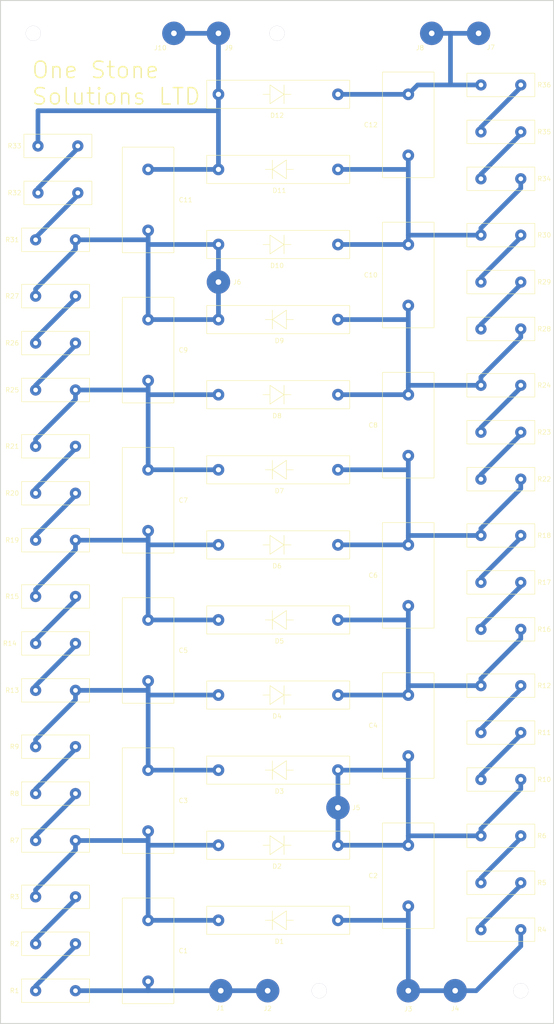
<source format=kicad_pcb>
(kicad_pcb (version 20240108) (generator "pcbnew") (generator_version "8.0")
  (layers (0 "F.Cu" signal) (31 "B.Cu" signal) (34 "B.Paste" user) (35 "F.Paste" user) (36 "B.SilkS" user "B.Silkscreen") (37 "F.SilkS" user "F.Silkscreen") (38 "B.Mask" user) (39 "F.Mask" user) (44 "Edge.Cuts" user))
  (net 0 "")
  (net 1 "Net-(J1-Pin_1)")
  (net 2 "Net-(C1-Pad1)")
  (net 3 "Net-(C3-Pad1)")
  (net 4 "Net-(C4-Pad1)")
  (net 5 "Net-(C5-Pad1)")
  (net 6 "Net-(C6-Pad1)")
  (net 7 "Net-(C7-Pad1)")
  (net 8 "Net-(C10-Pad2)")
  (net 9 "Net-(J3-Pin_1)")
  (net 10 "Net-(C10-Pad1)")
  (net 11 "Net-(R2-Pad2)")
  (net 12 "Net-(R4-Pad1)")
  (net 13 "Net-(R5-Pad2)")
  (net 14 "Net-(R7-Pad1)")
  (net 15 "Net-(R8-Pad2)")
  (net 16 "Net-(R10-Pad1)")
  (net 17 "Net-(R11-Pad2)")
  (net 18 "Net-(R13-Pad1)")
  (net 19 "Net-(R14-Pad2)")
  (net 20 "Net-(R16-Pad1)")
  (net 21 "Net-(R17-Pad2)")
  (net 22 "Net-(R19-Pad1)")
  (net 23 "Net-(R20-Pad2)")
  (net 24 "Net-(R22-Pad1)")
  (net 25 "Net-(R23-Pad2)")
  (net 26 "Net-(R25-Pad1)")
  (net 27 "Net-(R26-Pad2)")
  (net 28 "Net-(R1-Pad1)")
  (net 29 "Net-(J6-Pin_1)")
  (net 30 "Net-(J5-Pin_1)")
  (net 31 "Net-(J10-Pin_1)")
  (net 33 "Net-(R28-Pad1)")
  (net 34 "Net-(R29-Pad2)")
  (net 35 "Net-(R31-Pad1)")
  (net 36 "Net-(R32-Pad2)")
  (net 37 "Net-(R34-Pad1)")
  (net 38 "Net-(R35-Pad2)")
  (net 39 "Net-(J7-Pin_1)")
  (footprint "Custom:HVR82MZ1005" (layer "F.Cu") (at 44 192.5)
    (property "Reference" "R9" (at -9 0 0) (layer "F.SilkS") (effects (font (thickness 0.1))))
    (property "Value" "~" (hide yes))
    (pad "1" thru_hole circle (at -4.5 0) (size 2.4 2.4) (drill 1) (layers "*.Cu" "*.Mask") (net 3 "Net-(C3-Pad1)"))
    (pad "2" thru_hole circle (at 4 0) (size 2.4 2.4) (drill 1) (layers "*.Cu" "*.Mask") (net 15 "Net-(R8-Pad2)"))
  )
  (footprint "Custom:VersatilePad" (layer "F.Cu") (at 89 244.5)
    (property "Reference" "J2" (at 0 3.8 0) (layer "F.SilkS") (effects (font (thickness 0.1))))
    (property "Value" "Conn_01x01_Pin" (hide yes))
    (pad "1" thru_hole circle (at 0 0) (size 5 5) (drill 1.2) (layers "*.Cu" "*.Mask") (net 1 "Net-(J1-Pin_1)"))
  )
  (footprint "Custom:HVR82MZ1005" (layer "F.Cu") (at 44 160.5)
    (property "Reference" "R15" (at -9.5 0 0) (layer "F.SilkS") (effects (font (thickness 0.1))))
    (property "Value" "~" (hide yes))
    (pad "1" thru_hole circle (at -4.5 0) (size 2.4 2.4) (drill 1) (layers "*.Cu" "*.Mask") (net 5 "Net-(C5-Pad1)"))
    (pad "2" thru_hole circle (at 4 0) (size 2.4 2.4) (drill 1) (layers "*.Cu" "*.Mask") (net 19 "Net-(R14-Pad2)"))
  )
  (footprint "Custom:AXCT81D20KV102K" (layer "F.Cu") (at 119 92 -90)
    (property "Reference" "C10" (at 0 8 0) (layer "F.SilkS") (effects (font (thickness 0.1))))
    (property "Value" "~" (hide yes))
    (pad "1" thru_hole circle (at -6.5 0 270) (size 2.5 2.5) (drill 1.1) (layers "*.Cu" "*.Mask") (net 10 "Net-(C10-Pad1)"))
    (pad "2" thru_hole circle (at 6.5 0 270) (size 2.5 2.5) (drill 1.1) (layers "*.Cu" "*.Mask") (net 8 "Net-(C10-Pad2)"))
  )
  (footprint "Custom:M3Hole" (layer "F.Cu") (at 100 244.5)
    (property "Reference" "J11" (hide yes))
    (property "Value" "MountHole1")
    (pad "1" thru_hole circle (at 0 0) (size 3.2 3.2) (drill 3.2) (layers "*.Cu" "*.Mask"))
  )
  (footprint "Custom:HVR82MZ1005" (layer "F.Cu") (at 44 128.5)
    (property "Reference" "R21" (at -9.5 0 0) (layer "F.SilkS") (effects (font (thickness 0.1))))
    (property "Value" "~" (hide yes))
    (pad "1" thru_hole circle (at -4.5 0) (size 2.4 2.4) (drill 1) (layers "*.Cu" "*.Mask") (net 7 "Net-(C7-Pad1)"))
    (pad "2" thru_hole circle (at 4 0) (size 2.4 2.4) (drill 1) (layers "*.Cu" "*.Mask") (net 23 "Net-(R20-Pad2)"))
  )
  (footprint "Custom:2CL2FR_JB289_MT100F35" (layer "F.Cu") (at 91.5 69.5 90)
    (property "Reference" "D11" (at -4.5 0 0) (layer "F.SilkS") (effects (font (thickness 0.1))))
    (property "Value" "~")
    (pad "1" thru_hole circle (at 0 -13 90) (size 2.5 2.5) (drill 1.1) (layers "*.Cu" "*.Mask") (net 31 "Net-(J10-Pin_1)"))
    (pad "2" thru_hole circle (at 0 12.5 90) (size 2.5 2.5) (drill 1.1) (layers "*.Cu" "*.Mask") (net 10 "Net-(C10-Pad1)"))
  )
  (footprint "Custom:VersatilePad" (layer "F.Cu") (at 69 40.5)
    (property "Reference" "J10" (at -2.9 3.1 0) (layer "F.SilkS") (effects (font (thickness 0.1))))
    (property "Value" "Conn_01x01_Pin" (hide yes))
    (pad "1" thru_hole circle (at 0 0) (size 5 5) (drill 1.2) (layers "*.Cu" "*.Mask") (net 31 "Net-(J10-Pin_1)"))
  )
  (footprint "Custom:VersatilePad" (layer "F.Cu") (at 124 40.5)
    (property "Reference" "J8" (at -2.5 3.1 0) (layer "F.SilkS") (effects (font (thickness 0.1))))
    (property "Value" "Conn_01x01_Pin" (hide yes))
    (pad "1" thru_hole circle (at 0 0) (size 5 5) (drill 1.2) (layers "*.Cu" "*.Mask") (net 39 "Net-(J7-Pin_1)"))
  )
  (footprint "Custom:HVR82MZ1005" (layer "F.Cu") (at 138.5 157.5 180)
    (property "Reference" "R17" (at -9.5 0 0) (layer "F.SilkS") (effects (font (thickness 0.1))))
    (property "Value" "~" (hide yes))
    (pad "1" thru_hole circle (at -4.5 0 180) (size 2.4 2.4) (drill 1) (layers "*.Cu" "*.Mask") (net 20 "Net-(R16-Pad1)"))
    (pad "2" thru_hole circle (at 4 0 180) (size 2.4 2.4) (drill 1) (layers "*.Cu" "*.Mask") (net 21 "Net-(R17-Pad2)"))
  )
  (footprint "Custom:2CL2FR_JB289_MT100F35" (layer "F.Cu") (at 91 117.5 -90)
    (property "Reference" "D8" (at 4.5 0 0) (layer "F.SilkS") (effects (font (thickness 0.1))))
    (property "Value" "~" (hide yes))
    (pad "1" thru_hole circle (at 0 -13 270) (size 2.5 2.5) (drill 1.1) (layers "*.Cu" "*.Mask") (net 8 "Net-(C10-Pad2)"))
    (pad "2" thru_hole circle (at 0 12.5 270) (size 2.5 2.5) (drill 1.1) (layers "*.Cu" "*.Mask") (net 7 "Net-(C7-Pad1)"))
  )
  (footprint "Custom:HVR82MZ1005" (layer "F.Cu") (at 139 167.5)
    (property "Reference" "R16" (at 9 0 0) (layer "F.SilkS") (effects (font (thickness 0.1))))
    (property "Value" "~" (hide yes))
    (pad "1" thru_hole circle (at -4.5 0) (size 2.4 2.4) (drill 1) (layers "*.Cu" "*.Mask") (net 20 "Net-(R16-Pad1)"))
    (pad "2" thru_hole circle (at 4 0) (size 2.4 2.4) (drill 1) (layers "*.Cu" "*.Mask") (net 4 "Net-(C4-Pad1)"))
  )
  (footprint "Custom:HVR82MZ1005" (layer "F.Cu") (at 44 244.5)
    (property "Reference" "R1" (at -9 0 0) (layer "F.SilkS") (effects (font (thickness 0.1))))
    (property "Value" "~" (hide yes))
    (pad "1" thru_hole circle (at -4.5 0) (size 2.4 2.4) (drill 1) (layers "*.Cu" "*.Mask") (net 28 "Net-(R1-Pad1)"))
    (pad "2" thru_hole circle (at 4 0) (size 2.4 2.4) (drill 1) (layers "*.Cu" "*.Mask") (net 1 "Net-(J1-Pin_1)"))
  )
  (footprint "Custom:VersatilePad" (layer "F.Cu") (at 78.5 93.5)
    (property "Reference" "J6" (at 4 0 0) (layer "F.SilkS") (effects (font (thickness 0.1))))
    (property "Value" "Conn_01x01_Pin" (hide yes))
    (pad "1" thru_hole circle (at 0 0) (size 5 5) (drill 1.2) (layers "*.Cu" "*.Mask") (net 29 "Net-(J6-Pin_1)"))
  )
  (footprint "Custom:VersatilePad" (layer "F.Cu") (at 104 205.5)
    (property "Reference" "J5" (at 3.9 0 0) (layer "F.SilkS") (effects (font (thickness 0.1))))
    (property "Value" "Conn_01x01_Pin" (hide yes))
    (pad "1" thru_hole circle (at 0 0) (size 5 5) (drill 1.2) (layers "*.Cu" "*.Mask") (net 30 "Net-(J5-Pin_1)"))
  )
  (footprint "Custom:AXCT81D20KV102K" (layer "F.Cu") (at 63.5 140 -90)
    (property "Reference" "C7" (at 0 -7.5 0) (layer "F.SilkS") (effects (font (thickness 0.1))))
    (property "Value" "~" (hide yes))
    (pad "1" thru_hole circle (at -6.5 0 270) (size 2.5 2.5) (drill 1.1) (layers "*.Cu" "*.Mask") (net 7 "Net-(C7-Pad1)"))
    (pad "2" thru_hole circle (at 6.5 0 270) (size 2.5 2.5) (drill 1.1) (layers "*.Cu" "*.Mask") (net 5 "Net-(C5-Pad1)"))
  )
  (footprint "Custom:HVR82MZ1005" (layer "F.Cu") (at 139 83.5)
    (property "Reference" "R30" (at 9 0 0) (layer "F.SilkS") (effects (font (thickness 0.1))))
    (property "Value" "~" (hide yes))
    (pad "1" thru_hole circle (at -4.5 0) (size 2.4 2.4) (drill 1) (layers "*.Cu" "*.Mask") (net 10 "Net-(C10-Pad1)"))
    (pad "2" thru_hole circle (at 4 0) (size 2.4 2.4) (drill 1) (layers "*.Cu" "*.Mask") (net 34 "Net-(R29-Pad2)"))
  )
  (footprint "Custom:AXCT81D20KV102K" (layer "F.Cu") (at 119 124 -90)
    (property "Reference" "C8" (at 0 7.5 0) (layer "F.SilkS") (effects (font (thickness 0.1))))
    (property "Value" "~" (hide yes))
    (pad "1" thru_hole circle (at -6.5 0 270) (size 2.5 2.5) (drill 1.1) (layers "*.Cu" "*.Mask") (net 8 "Net-(C10-Pad2)"))
    (pad "2" thru_hole circle (at 6.5 0 270) (size 2.5 2.5) (drill 1.1) (layers "*.Cu" "*.Mask") (net 6 "Net-(C6-Pad1)"))
  )
  (footprint "Custom:HVR82MZ1005" (layer "F.Cu") (at 44 224.5)
    (property "Reference" "R3" (at -9 0 0) (layer "F.SilkS") (effects (font (thickness 0.1))))
    (property "Value" "~" (hide yes))
    (pad "1" thru_hole circle (at -4.5 0) (size 2.4 2.4) (drill 1) (layers "*.Cu" "*.Mask") (net 2 "Net-(C1-Pad1)"))
    (pad "2" thru_hole circle (at 4 0) (size 2.4 2.4) (drill 1) (layers "*.Cu" "*.Mask") (net 11 "Net-(R2-Pad2)"))
  )
  (footprint "Custom:2CL2FR_JB289_MT100F35" (layer "F.Cu") (at 91 213.5 -90)
    (property "Reference" "D2" (at 4.5 0 0) (layer "F.SilkS") (effects (font (thickness 0.1))))
    (property "Value" "~" (hide yes))
    (pad "1" thru_hole circle (at 0 -13 270) (size 2.5 2.5) (drill 1.1) (layers "*.Cu" "*.Mask") (net 30 "Net-(J5-Pin_1)"))
    (pad "2" thru_hole circle (at 0 12.5 270) (size 2.5 2.5) (drill 1.1) (layers "*.Cu" "*.Mask") (net 2 "Net-(C1-Pad1)"))
  )
  (footprint "Custom:HVR82MZ1005" (layer "F.Cu") (at 139 51.5)
    (property "Reference" "R36" (at 9 0 0) (layer "F.SilkS") (effects (font (thickness 0.1))))
    (property "Value" "~" (hide yes))
    (pad "1" thru_hole circle (at -4.5 0) (size 2.4 2.4) (drill 1) (layers "*.Cu" "*.Mask") (net 39 "Net-(J7-Pin_1)"))
    (pad "2" thru_hole circle (at 4 0) (size 2.4 2.4) (drill 1) (layers "*.Cu" "*.Mask") (net 38 "Net-(R35-Pad2)"))
  )
  (footprint "Custom:HVR82MZ1005" (layer "F.Cu") (at 139 147.5)
    (property "Reference" "R18" (at 9 0 0) (layer "F.SilkS") (effects (font (thickness 0.1))))
    (property "Value" "~" (hide yes))
    (pad "1" thru_hole circle (at -4.5 0) (size 2.4 2.4) (drill 1) (layers "*.Cu" "*.Mask") (net 6 "Net-(C6-Pad1)"))
    (pad "2" thru_hole circle (at 4 0) (size 2.4 2.4) (drill 1) (layers "*.Cu" "*.Mask") (net 21 "Net-(R17-Pad2)"))
  )
  (footprint "Custom:HVR82MZ1005" (layer "F.Cu") (at 44.5 64.5)
    (property "Reference" "R33" (at -9.5 0 0) (layer "F.SilkS") (effects (font (thickness 0.1))))
    (property "Value" "~" (hide yes))
    (pad "1" thru_hole circle (at -4.5 0) (size 2.4 2.4) (drill 1) (layers "*.Cu" "*.Mask") (net 31 "Net-(J10-Pin_1)"))
    (pad "2" thru_hole circle (at 4 0) (size 2.4 2.4) (drill 1) (layers "*.Cu" "*.Mask") (net 36 "Net-(R32-Pad2)"))
  )
  (footprint "Custom:M3Hole" (layer "F.Cu") (at 143 244.5)
    (property "Reference" "J14" (hide yes))
    (property "Value" "MountHole1")
    (pad "1" thru_hole circle (at 0 0) (size 3.2 3.2) (drill 3.2) (layers "*.Cu" "*.Mask"))
  )
  (footprint "Custom:AXCT81D20KV102K" (layer "F.Cu") (at 119 220 -90)
    (property "Reference" "C2" (at 0 7.5 0) (layer "F.SilkS") (effects (font (thickness 0.1))))
    (property "Value" "~" (hide yes))
    (pad "1" thru_hole circle (at -6.5 0 270) (size 2.5 2.5) (drill 1.1) (layers "*.Cu" "*.Mask") (net 30 "Net-(J5-Pin_1)"))
    (pad "2" thru_hole circle (at 6.5 0 270) (size 2.5 2.5) (drill 1.1) (layers "*.Cu" "*.Mask") (net 9 "Net-(J3-Pin_1)"))
  )
  (footprint "Custom:AXCT81D20KV102K" (layer "F.Cu") (at 119 60 -90)
    (property "Reference" "C12" (at 0 8 0) (layer "F.SilkS") (effects (font (thickness 0.1))))
    (property "Value" "~")
    (pad "1" thru_hole circle (at -6.5 0 270) (size 2.5 2.5) (drill 1.1) (layers "*.Cu" "*.Mask") (net 39 "Net-(J7-Pin_1)"))
    (pad "2" thru_hole circle (at 6.5 0 270) (size 2.5 2.5) (drill 1.1) (layers "*.Cu" "*.Mask") (net 10 "Net-(C10-Pad1)"))
  )
  (footprint "Custom:HVR82MZ1005" (layer "F.Cu") (at 44 96.5)
    (property "Reference" "R27" (at -9.5 0 0) (layer "F.SilkS") (effects (font (thickness 0.1))))
    (property "Value" "~" (hide yes))
    (pad "1" thru_hole circle (at -4.5 0) (size 2.4 2.4) (drill 1) (layers "*.Cu" "*.Mask") (net 29 "Net-(J6-Pin_1)"))
    (pad "2" thru_hole circle (at 4 0) (size 2.4 2.4) (drill 1) (layers "*.Cu" "*.Mask") (net 27 "Net-(R26-Pad2)"))
  )
  (footprint "Custom:VersatilePad" (layer "F.Cu") (at 134 40.5)
    (property "Reference" "J7" (at 2.6 3 0) (layer "F.SilkS") (effects (font (thickness 0.1))))
    (property "Value" "Conn_01x01_Pin" (hide yes))
    (pad "1" thru_hole circle (at 0 0) (size 5 5) (drill 1.2) (layers "*.Cu" "*.Mask") (net 39 "Net-(J7-Pin_1)"))
  )
  (footprint "Custom:HVR82MZ1005" (layer "F.Cu") (at 138.5 61.5 180)
    (property "Reference" "R35" (at -9.5 0 0) (layer "F.SilkS") (effects (font (thickness 0.1))))
    (property "Value" "~" (hide yes))
    (pad "1" thru_hole circle (at -4.5 0 180) (size 2.4 2.4) (drill 1) (layers "*.Cu" "*.Mask") (net 37 "Net-(R34-Pad1)"))
    (pad "2" thru_hole circle (at 4 0 180) (size 2.4 2.4) (drill 1) (layers "*.Cu" "*.Mask") (net 38 "Net-(R35-Pad2)"))
  )
  (footprint "Custom:HVR82MZ1005" (layer "F.Cu") (at 139 179.5)
    (property "Reference" "R12" (at 9 0 0) (layer "F.SilkS") (effects (font (thickness 0.1))))
    (property "Value" "~" (hide yes))
    (pad "1" thru_hole circle (at -4.5 0) (size 2.4 2.4) (drill 1) (layers "*.Cu" "*.Mask") (net 4 "Net-(C4-Pad1)"))
    (pad "2" thru_hole circle (at 4 0) (size 2.4 2.4) (drill 1) (layers "*.Cu" "*.Mask") (net 17 "Net-(R11-Pad2)"))
  )
  (footprint "Custom:HVR82MZ1005" (layer "F.Cu") (at 139 231.5)
    (property "Reference" "R4" (at 8.5 0 0) (layer "F.SilkS") (effects (font (thickness 0.1))))
    (property "Value" "~" (hide yes))
    (pad "1" thru_hole circle (at -4.5 0) (size 2.4 2.4) (drill 1) (layers "*.Cu" "*.Mask") (net 12 "Net-(R4-Pad1)"))
    (pad "2" thru_hole circle (at 4 0) (size 2.4 2.4) (drill 1) (layers "*.Cu" "*.Mask") (net 9 "Net-(J3-Pin_1)"))
  )
  (footprint "Custom:VersatilePad" (layer "F.Cu") (at 78.5 40.5)
    (property "Reference" "J9" (at 2.2 3.1 0) (layer "F.SilkS") (effects (font (thickness 0.1))))
    (property "Value" "Conn_01x01_Pin" (hide yes))
    (pad "1" thru_hole circle (at 0 0) (size 5 5) (drill 1.2) (layers "*.Cu" "*.Mask") (net 31 "Net-(J10-Pin_1)"))
  )
  (footprint "Custom:VersatilePad" (layer "F.Cu") (at 79 244.5)
    (property "Reference" "J1" (at -0.1 3.7 0) (layer "F.SilkS") (effects (font (thickness 0.1))))
    (property "Value" "Conn_01x01_Pin" (hide yes))
    (pad "1" thru_hole circle (at 0 0) (size 5 5) (drill 1.2) (layers "*.Cu" "*.Mask") (net 1 "Net-(J1-Pin_1)"))
  )
  (footprint "Custom:HVR82MZ1005" (layer "F.Cu") (at 138.5 221.5 180)
    (property "Reference" "R5" (at -9 0 0) (layer "F.SilkS") (effects (font (thickness 0.1))))
    (property "Value" "~" (hide yes))
    (pad "1" thru_hole circle (at -4.5 0 180) (size 2.4 2.4) (drill 1) (layers "*.Cu" "*.Mask") (net 12 "Net-(R4-Pad1)"))
    (pad "2" thru_hole circle (at 4 0 180) (size 2.4 2.4) (drill 1) (layers "*.Cu" "*.Mask") (net 13 "Net-(R5-Pad2)"))
  )
  (footprint "Custom:2CL2FR_JB289_MT100F35" (layer "F.Cu") (at 91 53.5 -90)
    (property "Reference" "D12" (at 4.5 0 0) (layer "F.SilkS") (effects (font (thickness 0.1))))
    (property "Value" "~")
    (pad "1" thru_hole circle (at 0 -13 270) (size 2.5 2.5) (drill 1.1) (layers "*.Cu" "*.Mask") (net 39 "Net-(J7-Pin_1)"))
    (pad "2" thru_hole circle (at 0 12.5 270) (size 2.5 2.5) (drill 1.1) (layers "*.Cu" "*.Mask") (net 31 "Net-(J10-Pin_1)"))
  )
  (footprint "Custom:HVR82MZ1005" (layer "F.Cu") (at 139 103.5)
    (property "Reference" "R28" (at 9 0 0) (layer "F.SilkS") (effects (font (thickness 0.1))))
    (property "Value" "~" (hide yes))
    (pad "1" thru_hole circle (at -4.5 0) (size 2.4 2.4) (drill 1) (layers "*.Cu" "*.Mask") (net 33 "Net-(R28-Pad1)"))
    (pad "2" thru_hole circle (at 4 0) (size 2.4 2.4) (drill 1) (layers "*.Cu" "*.Mask") (net 8 "Net-(C10-Pad2)"))
  )
  (footprint "Custom:2CL2FR_JB289_MT100F35" (layer "F.Cu") (at 91 149.5 -90)
    (property "Reference" "D6" (at 4.5 0 0) (layer "F.SilkS") (effects (font (thickness 0.1))))
    (property "Value" "~" (hide yes))
    (pad "1" thru_hole circle (at 0 -13 270) (size 2.5 2.5) (drill 1.1) (layers "*.Cu" "*.Mask") (net 6 "Net-(C6-Pad1)"))
    (pad "2" thru_hole circle (at 0 12.5 270) (size 2.5 2.5) (drill 1.1) (layers "*.Cu" "*.Mask") (net 5 "Net-(C5-Pad1)"))
  )
  (footprint "Custom:2CL2FR_JB289_MT100F35" (layer "F.Cu") (at 91.5 101.5 90)
    (property "Reference" "D9" (at -4.5 0 0) (layer "F.SilkS") (effects (font (thickness 0.1))))
    (property "Value" "~" (hide yes))
    (pad "1" thru_hole circle (at 0 -13 90) (size 2.5 2.5) (drill 1.1) (layers "*.Cu" "*.Mask") (net 29 "Net-(J6-Pin_1)"))
    (pad "2" thru_hole circle (at 0 12.5 90) (size 2.5 2.5) (drill 1.1) (layers "*.Cu" "*.Mask") (net 8 "Net-(C10-Pad2)"))
  )
  (footprint "Custom:AXCT81D20KV102K" (layer "F.Cu") (at 63.5 76 -90)
    (property "Reference" "C11" (at 0 -8 0) (layer "F.SilkS") (effects (font (thickness 0.1))))
    (property "Value" "~")
    (pad "1" thru_hole circle (at -6.5 0 270) (size 2.5 2.5) (drill 1.1) (layers "*.Cu" "*.Mask") (net 31 "Net-(J10-Pin_1)"))
    (pad "2" thru_hole circle (at 6.5 0 270) (size 2.5 2.5) (drill 1.1) (layers "*.Cu" "*.Mask") (net 29 "Net-(J6-Pin_1)"))
  )
  (footprint "Custom:HVR82MZ1005" (layer "F.Cu") (at 139 211.5)
    (property "Reference" "R6" (at 8.5 0 0) (layer "F.SilkS") (effects (font (thickness 0.1))))
    (property "Value" "~" (hide yes))
    (pad "1" thru_hole circle (at -4.5 0) (size 2.4 2.4) (drill 1) (layers "*.Cu" "*.Mask") (net 30 "Net-(J5-Pin_1)"))
    (pad "2" thru_hole circle (at 4 0) (size 2.4 2.4) (drill 1) (layers "*.Cu" "*.Mask") (net 13 "Net-(R5-Pad2)"))
  )
  (footprint "Custom:M3Hole" (layer "F.Cu") (at 91 40.5)
    (property "Reference" "J13" (hide yes))
    (property "Value" "MountHole1")
    (pad "1" thru_hole circle (at 0 0) (size 3.2 3.2) (drill 3.2) (layers "*.Cu" "*.Mask"))
  )
  (footprint "Custom:HVR82MZ1005" (layer "F.Cu") (at 43.5 138.5 180)
    (property "Reference" "R20" (at 9 0 0) (layer "F.SilkS") (effects (font (thickness 0.1))))
    (property "Value" "~" (hide yes))
    (pad "1" thru_hole circle (at -4.5 0 180) (size 2.4 2.4) (drill 1) (layers "*.Cu" "*.Mask") (net 22 "Net-(R19-Pad1)"))
    (pad "2" thru_hole circle (at 4 0 180) (size 2.4 2.4) (drill 1) (layers "*.Cu" "*.Mask") (net 23 "Net-(R20-Pad2)"))
  )
  (footprint "Custom:HVR82MZ1005" (layer "F.Cu") (at 139 199.5)
    (property "Reference" "R10" (at 9 0 0) (layer "F.SilkS") (effects (font (thickness 0.1))))
    (property "Value" "~")
    (pad "1" thru_hole circle (at -4.5 0) (size 2.4 2.4) (drill 1) (layers "*.Cu" "*.Mask") (net 16 "Net-(R10-Pad1)"))
    (pad "2" thru_hole circle (at 4 0) (size 2.4 2.4) (drill 1) (layers "*.Cu" "*.Mask") (net 30 "Net-(J5-Pin_1)"))
  )
  (footprint "Custom:HVR82MZ1005" (layer "F.Cu") (at 44 212.5)
    (property "Reference" "R7" (at -9 0 0) (layer "F.SilkS") (effects (font (thickness 0.1))))
    (property "Value" "~" (hide yes))
    (pad "1" thru_hole circle (at -4.5 0) (size 2.4 2.4) (drill 1) (layers "*.Cu" "*.Mask") (net 14 "Net-(R7-Pad1)"))
    (pad "2" thru_hole circle (at 4 0) (size 2.4 2.4) (drill 1) (layers "*.Cu" "*.Mask") (net 2 "Net-(C1-Pad1)"))
  )
  (footprint "Custom:HVR82MZ1005" (layer "F.Cu") (at 43.5 170.5 180)
    (property "Reference" "R14" (at 9.5 0 0) (layer "F.SilkS") (effects (font (thickness 0.1))))
    (property "Value" "~" (hide yes))
    (pad "1" thru_hole circle (at -4.5 0 180) (size 2.4 2.4) (drill 1) (layers "*.Cu" "*.Mask") (net 18 "Net-(R13-Pad1)"))
    (pad "2" thru_hole circle (at 4 0 180) (size 2.4 2.4) (drill 1) (layers "*.Cu" "*.Mask") (net 19 "Net-(R14-Pad2)"))
  )
  (footprint "Custom:2CL2FR_JB289_MT100F35" (layer "F.Cu") (at 91 181.5 -90)
    (property "Reference" "D4" (at 4.5 0 0) (layer "F.SilkS") (effects (font (thickness 0.1))))
    (property "Value" "~" (hide yes))
    (pad "1" thru_hole circle (at 0 -13 270) (size 2.5 2.5) (drill 1.1) (layers "*.Cu" "*.Mask") (net 4 "Net-(C4-Pad1)"))
    (pad "2" thru_hole circle (at 0 12.5 270) (size 2.5 2.5) (drill 1.1) (layers "*.Cu" "*.Mask") (net 3 "Net-(C3-Pad1)"))
  )
  (footprint "Custom:2CL2FR_JB289_MT100F35" (layer "F.Cu") (at 91.5 197.5 90)
    (property "Reference" "D3" (at -4.5 0 0) (layer "F.SilkS") (effects (font (thickness 0.1))))
    (property "Value" "~" (hide yes))
    (pad "1" thru_hole circle (at 0 -13 90) (size 2.5 2.5) (drill 1.1) (layers "*.Cu" "*.Mask") (net 3 "Net-(C3-Pad1)"))
    (pad "2" thru_hole circle (at 0 12.5 90) (size 2.5 2.5) (drill 1.1) (layers "*.Cu" "*.Mask") (net 30 "Net-(J5-Pin_1)"))
  )
  (footprint "Custom:HVR82MZ1005" (layer "F.Cu") (at 44 84.5)
    (property "Reference" "R31" (at -9.5 0 0) (layer "F.SilkS") (effects (font (thickness 0.1))))
    (property "Value" "~" (hide yes))
    (pad "1" thru_hole circle (at -4.5 0) (size 2.4 2.4) (drill 1) (layers "*.Cu" "*.Mask") (net 35 "Net-(R31-Pad1)"))
    (pad "2" thru_hole circle (at 4 0) (size 2.4 2.4) (drill 1) (layers "*.Cu" "*.Mask") (net 29 "Net-(J6-Pin_1)"))
  )
  (footprint "Custom:HVR82MZ1005" (layer "F.Cu") (at 138.5 93.5 180)
    (property "Reference" "R29" (at -9.5 0 0) (layer "F.SilkS") (effects (font (thickness 0.1))))
    (property "Value" "~" (hide yes))
    (pad "1" thru_hole circle (at -4.5 0 180) (size 2.4 2.4) (drill 1) (layers "*.Cu" "*.Mask") (net 33 "Net-(R28-Pad1)"))
    (pad "2" thru_hole circle (at 4 0 180) (size 2.4 2.4) (drill 1) (layers "*.Cu" "*.Mask") (net 34 "Net-(R29-Pad2)"))
  )
  (footprint "Custom:AXCT81D20KV102K" (layer "F.Cu") (at 63.5 236 -90)
    (property "Reference" "C1" (at 0 -7.5 0) (layer "F.SilkS") (effects (font (thickness 0.1))))
    (property "Value" "~" (hide yes))
    (pad "1" thru_hole circle (at -6.5 0 270) (size 2.5 2.5) (drill 1.1) (layers "*.Cu" "*.Mask") (net 2 "Net-(C1-Pad1)"))
    (pad "2" thru_hole circle (at 6.5 0 270) (size 2.5 2.5) (drill 1.1) (layers "*.Cu" "*.Mask") (net 1 "Net-(J1-Pin_1)"))
  )
  (footprint "Custom:HVR82MZ1005" (layer "F.Cu") (at 44 74.5 180)
    (property "Reference" "R32" (at 9 0 0) (layer "F.SilkS") (effects (font (thickness 0.1))))
    (property "Value" "~" (hide yes))
    (pad "1" thru_hole circle (at -4.5 0 180) (size 2.4 2.4) (drill 1) (layers "*.Cu" "*.Mask") (net 35 "Net-(R31-Pad1)"))
    (pad "2" thru_hole circle (at 4 0 180) (size 2.4 2.4) (drill 1) (layers "*.Cu" "*.Mask") (net 36 "Net-(R32-Pad2)"))
  )
  (footprint "Custom:HVR82MZ1005" (layer "F.Cu") (at 139 135.5)
    (property "Reference" "R22" (at 9 0 0) (layer "F.SilkS") (effects (font (thickness 0.1))))
    (property "Value" "~" (hide yes))
    (pad "1" thru_hole circle (at -4.5 0) (size 2.4 2.4) (drill 1) (layers "*.Cu" "*.Mask") (net 24 "Net-(R22-Pad1)"))
    (pad "2" thru_hole circle (at 4 0) (size 2.4 2.4) (drill 1) (layers "*.Cu" "*.Mask") (net 6 "Net-(C6-Pad1)"))
  )
  (footprint "Custom:AXCT81D20KV102K" (layer "F.Cu") (at 63.5 204 -90)
    (property "Reference" "C3" (at 0 -7.5 0) (layer "F.SilkS") (effects (font (thickness 0.1))))
    (property "Value" "~" (hide yes))
    (pad "1" thru_hole circle (at -6.5 0 270) (size 2.5 2.5) (drill 1.1) (layers "*.Cu" "*.Mask") (net 3 "Net-(C3-Pad1)"))
    (pad "2" thru_hole circle (at 6.5 0 270) (size 2.5 2.5) (drill 1.1) (layers "*.Cu" "*.Mask") (net 2 "Net-(C1-Pad1)"))
  )
  (footprint "Custom:2CL2FR_JB289_MT100F35" (layer "F.Cu") (at 91.5 229.5 90)
    (property "Reference" "D1" (at -4.5 0 0) (layer "F.SilkS") (effects (font (thickness 0.1))))
    (property "Value" "~" (hide yes))
    (pad "1" thru_hole circle (at 0 -13 90) (size 2.5 2.5) (drill 1.1) (layers "*.Cu" "*.Mask") (net 2 "Net-(C1-Pad1)"))
    (pad "2" thru_hole circle (at 0 12.5 90) (size 2.5 2.5) (drill 1.1) (layers "*.Cu" "*.Mask") (net 9 "Net-(J3-Pin_1)"))
  )
  (footprint "Custom:HVR82MZ1005" (layer "F.Cu") (at 138.5 189.5 180)
    (property "Reference" "R11" (at -9.5 0 0) (layer "F.SilkS") (effects (font (thickness 0.1))))
    (property "Value" "~")
    (pad "1" thru_hole circle (at -4.5 0 180) (size 2.4 2.4) (drill 1) (layers "*.Cu" "*.Mask") (net 16 "Net-(R10-Pad1)"))
    (pad "2" thru_hole circle (at 4 0 180) (size 2.4 2.4) (drill 1) (layers "*.Cu" "*.Mask") (net 17 "Net-(R11-Pad2)"))
  )
  (footprint "Custom:HVR82MZ1005" (layer "F.Cu") (at 44 116.5)
    (property "Reference" "R25" (at -9.5 0 0) (layer "F.SilkS") (effects (font (thickness 0.1))))
    (property "Value" "~" (hide yes))
    (pad "1" thru_hole circle (at -4.5 0) (size 2.4 2.4) (drill 1) (layers "*.Cu" "*.Mask") (net 26 "Net-(R25-Pad1)"))
    (pad "2" thru_hole circle (at 4 0) (size 2.4 2.4) (drill 1) (layers "*.Cu" "*.Mask") (net 7 "Net-(C7-Pad1)"))
  )
  (footprint "Custom:2CL2FR_JB289_MT100F35" (layer "F.Cu") (at 91 85.5 -90)
    (property "Reference" "D10" (at 4.5 0 0) (layer "F.SilkS") (effects (font (thickness 0.1))))
    (property "Value" "~" (hide yes))
    (pad "1" thru_hole circle (at 0 -13 270) (size 2.5 2.5) (drill 1.1) (layers "*.Cu" "*.Mask") (net 10 "Net-(C10-Pad1)"))
    (pad "2" thru_hole circle (at 0 12.5 270) (size 2.5 2.5) (drill 1.1) (layers "*.Cu" "*.Mask") (net 29 "Net-(J6-Pin_1)"))
  )
  (footprint "Custom:HVR82MZ1005" (layer "F.Cu") (at 44 148.5)
    (property "Reference" "R19" (at -9.5 0 0) (layer "F.SilkS") (effects (font (thickness 0.1))))
    (property "Value" "~" (hide yes))
    (pad "1" thru_hole circle (at -4.5 0) (size 2.4 2.4) (drill 1) (layers "*.Cu" "*.Mask") (net 22 "Net-(R19-Pad1)"))
    (pad "2" thru_hole circle (at 4 0) (size 2.4 2.4) (drill 1) (layers "*.Cu" "*.Mask") (net 5 "Net-(C5-Pad1)"))
  )
  (footprint "Custom:VersatilePad" (layer "F.Cu") (at 129 244.5)
    (property "Reference" "J4" (at 0 3.8 0) (layer "F.SilkS") (effects (font (thickness 0.1))))
    (property "Value" "Conn_01x01_Pin" (hide yes))
    (pad "1" thru_hole circle (at 0 0) (size 5 5) (drill 1.2) (layers "*.Cu" "*.Mask") (net 9 "Net-(J3-Pin_1)"))
  )
  (footprint "Custom:HVR82MZ1005" (layer "F.Cu") (at 43.5 202.5 180)
    (property "Reference" "R8" (at 8.5 0 0) (layer "F.SilkS") (effects (font (thickness 0.1))))
    (property "Value" "~" (hide yes))
    (pad "1" thru_hole circle (at -4.5 0 180) (size 2.4 2.4) (drill 1) (layers "*.Cu" "*.Mask") (net 14 "Net-(R7-Pad1)"))
    (pad "2" thru_hole circle (at 4 0 180) (size 2.4 2.4) (drill 1) (layers "*.Cu" "*.Mask") (net 15 "Net-(R8-Pad2)"))
  )
  (footprint "Custom:HVR82MZ1005" (layer "F.Cu") (at 139 115.5)
    (property "Reference" "R24" (at 9 0 0) (layer "F.SilkS") (effects (font (thickness 0.1))))
    (property "Value" "~" (hide yes))
    (pad "1" thru_hole circle (at -4.5 0) (size 2.4 2.4) (drill 1) (layers "*.Cu" "*.Mask") (net 8 "Net-(C10-Pad2)"))
    (pad "2" thru_hole circle (at 4 0) (size 2.4 2.4) (drill 1) (layers "*.Cu" "*.Mask") (net 25 "Net-(R23-Pad2)"))
  )
  (footprint "Custom:2CL2FR_JB289_MT100F35" (layer "F.Cu") (at 91.5 165.5 90)
    (property "Reference" "D5" (at -4.5 0 0) (layer "F.SilkS") (effects (font (thickness 0.1))))
    (property "Value" "~" (hide yes))
    (pad "1" thru_hole circle (at 0 -13 90) (size 2.5 2.5) (drill 1.1) (layers "*.Cu" "*.Mask") (net 5 "Net-(C5-Pad1)"))
    (pad "2" thru_hole circle (at 0 12.5 90) (size 2.5 2.5) (drill 1.1) (layers "*.Cu" "*.Mask") (net 4 "Net-(C4-Pad1)"))
  )
  (footprint "Custom:AXCT81D20KV102K" (layer "F.Cu") (at 119 188 -90)
    (property "Reference" "C4" (at 0 7.5 0) (layer "F.SilkS") (effects (font (thickness 0.1))))
    (property "Value" "~" (hide yes))
    (pad "1" thru_hole circle (at -6.5 0 270) (size 2.5 2.5) (drill 1.1) (layers "*.Cu" "*.Mask") (net 4 "Net-(C4-Pad1)"))
    (pad "2" thru_hole circle (at 6.5 0 270) (size 2.5 2.5) (drill 1.1) (layers "*.Cu" "*.Mask") (net 30 "Net-(J5-Pin_1)"))
  )
  (footprint "Custom:VersatilePad" (layer "F.Cu") (at 119 244.5)
    (property "Reference" "J3" (at 0 3.9 0) (layer "F.SilkS") (effects (font (thickness 0.1))))
    (property "Value" "Conn_01x01_Pin" (hide yes))
    (pad "1" thru_hole circle (at 0 0) (size 5 5) (drill 1.2) (layers "*.Cu" "*.Mask") (net 9 "Net-(J3-Pin_1)"))
  )
  (footprint "Custom:HVR82MZ1005" (layer "F.Cu") (at 139 71.5)
    (property "Reference" "R34" (at 9 0 0) (layer "F.SilkS") (effects (font (thickness 0.1))))
    (property "Value" "~" (hide yes))
    (pad "1" thru_hole circle (at -4.5 0) (size 2.4 2.4) (drill 1) (layers "*.Cu" "*.Mask") (net 37 "Net-(R34-Pad1)"))
    (pad "2" thru_hole circle (at 4 0) (size 2.4 2.4) (drill 1) (layers "*.Cu" "*.Mask") (net 10 "Net-(C10-Pad1)"))
  )
  (footprint "Custom:HVR82MZ1005" (layer "F.Cu") (at 43.5 106.5 180)
    (property "Reference" "R26" (at 9 0 0) (layer "F.SilkS") (effects (font (thickness 0.1))))
    (property "Value" "~" (hide yes))
    (pad "1" thru_hole circle (at -4.5 0 180) (size 2.4 2.4) (drill 1) (layers "*.Cu" "*.Mask") (net 26 "Net-(R25-Pad1)"))
    (pad "2" thru_hole circle (at 4 0 180) (size 2.4 2.4) (drill 1) (layers "*.Cu" "*.Mask") (net 27 "Net-(R26-Pad2)"))
  )
  (footprint "Custom:AXCT81D20KV102K" (layer "F.Cu") (at 63.5 172 -90)
    (property "Reference" "C5" (at 0 -7.5 0) (layer "F.SilkS") (effects (font (thickness 0.1))))
    (property "Value" "~" (hide yes))
    (pad "1" thru_hole circle (at -6.5 0 270) (size 2.5 2.5) (drill 1.1) (layers "*.Cu" "*.Mask") (net 5 "Net-(C5-Pad1)"))
    (pad "2" thru_hole circle (at 6.5 0 270) (size 2.5 2.5) (drill 1.1) (layers "*.Cu" "*.Mask") (net 3 "Net-(C3-Pad1)"))
  )
  (footprint "Custom:HVR82MZ1005" (layer "F.Cu") (at 44 180.5)
    (property "Reference" "R13" (at -9.5 0 0) (layer "F.SilkS") (effects (font (thickness 0.1))))
    (property "Value" "~" (hide yes))
    (pad "1" thru_hole circle (at -4.5 0) (size 2.4 2.4) (drill 1) (layers "*.Cu" "*.Mask") (net 18 "Net-(R13-Pad1)"))
    (pad "2" thru_hole circle (at 4 0) (size 2.4 2.4) (drill 1) (layers "*.Cu" "*.Mask") (net 3 "Net-(C3-Pad1)"))
  )
  (footprint "Custom:AXCT81D20KV102K" (layer "F.Cu") (at 119 156 -90)
    (property "Reference" "C6" (at 0 7.5 0) (layer "F.SilkS") (effects (font (thickness 0.1))))
    (property "Value" "~" (hide yes))
    (pad "1" thru_hole circle (at -6.5 0 270) (size 2.5 2.5) (drill 1.1) (layers "*.Cu" "*.Mask") (net 6 "Net-(C6-Pad1)"))
    (pad "2" thru_hole circle (at 6.5 0 270) (size 2.5 2.5) (drill 1.1) (layers "*.Cu" "*.Mask") (net 4 "Net-(C4-Pad1)"))
  )
  (footprint "Custom:AXCT81D20KV102K" (layer "F.Cu") (at 63.5 108 -90)
    (property "Reference" "C9" (at 0 -7.5 0) (layer "F.SilkS") (effects (font (thickness 0.1))))
    (property "Value" "~" (hide yes))
    (pad "1" thru_hole circle (at -6.5 0 270) (size 2.5 2.5) (drill 1.1) (layers "*.Cu" "*.Mask") (net 29 "Net-(J6-Pin_1)"))
    (pad "2" thru_hole circle (at 6.5 0 270) (size 2.5 2.5) (drill 1.1) (layers "*.Cu" "*.Mask") (net 7 "Net-(C7-Pad1)"))
  )
  (footprint "Custom:HVR82MZ1005" (layer "F.Cu") (at 43.5 234.5 180)
    (property "Reference" "R2" (at 8.5 0 0) (layer "F.SilkS") (effects (font (thickness 0.1))))
    (property "Value" "~" (hide yes))
    (pad "1" thru_hole circle (at -4.5 0 180) (size 2.4 2.4) (drill 1) (layers "*.Cu" "*.Mask") (net 28 "Net-(R1-Pad1)"))
    (pad "2" thru_hole circle (at 4 0 180) (size 2.4 2.4) (drill 1) (layers "*.Cu" "*.Mask") (net 11 "Net-(R2-Pad2)"))
  )
  (footprint "Custom:HVR82MZ1005" (layer "F.Cu") (at 138.5 125.5 180)
    (property "Reference" "R23" (at -9.5 0 0) (layer "F.SilkS") (effects (font (thickness 0.1))))
    (property "Value" "~" (hide yes))
    (pad "1" thru_hole circle (at -4.5 0 180) (size 2.4 2.4) (drill 1) (layers "*.Cu" "*.Mask") (net 24 "Net-(R22-Pad1)"))
    (pad "2" thru_hole circle (at 4 0 180) (size 2.4 2.4) (drill 1) (layers "*.Cu" "*.Mask") (net 25 "Net-(R23-Pad2)"))
  )
  (footprint "Custom:2CL2FR_JB289_MT100F35" (layer "F.Cu") (at 91.5 133.5 90)
    (property "Reference" "D7" (at -4.5 0 0) (layer "F.SilkS") (effects (font (thickness 0.1))))
    (property "Value" "~" (hide yes))
    (pad "1" thru_hole circle (at 0 -13 90) (size 2.5 2.5) (drill 1.1) (layers "*.Cu" "*.Mask") (net 7 "Net-(C7-Pad1)"))
    (pad "2" thru_hole circle (at 0 12.5 90) (size 2.5 2.5) (drill 1.1) (layers "*.Cu" "*.Mask") (net 6 "Net-(C6-Pad1)"))
  )
  (footprint "Custom:M3Hole" (layer "F.Cu") (at 39 40.5)
    (property "Reference" "J12" (hide yes))
    (property "Value" "MountHole1")
    (pad "1" thru_hole circle (at 0 0) (size 3.2 3.2) (drill 3.2) (layers "*.Cu" "*.Mask"))
  )
  (gr_rect (start 32 33.5) (end 150 251.5) (stroke (width 0.2)) (fill none) (layer "Edge.Cuts"))
  (gr_text "One Stone \nSolutions LTD" (at 38.5 56 0) (layer "F.SilkS") (effects (font (size 3.5 3.5) (thickness 0.3)) (justify left bottom)))
  (segment (start 89 244.5) (end 79 244.5) (width 1) (layer "B.Cu") (net 1))
  (segment (start 48 244.5) (end 79 244.5) (width 1) (layer "B.Cu") (net 1))
  (segment (start 63.5 242.5) (end 63.5 244.5) (width 1) (layer "B.Cu") (net 1))
  (segment (start 63.5 229.5) (end 63.5 214) (width 1) (layer "B.Cu") (net 2))
  (segment (start 63.5 214) (end 63.5 213.5) (width 0.5) (layer "B.Cu") (net 2))
  (segment (start 39.5 223) (end 48 214.5) (width 1) (layer "B.Cu") (net 2))
  (segment (start 39.5 224.5) (end 39.5 223) (width 1) (layer "B.Cu") (net 2))
  (segment (start 63.5 210.5) (end 63.5 214) (width 1) (layer "B.Cu") (net 2))
  (segment (start 48 214.5) (end 48 212.5) (width 1) (layer "B.Cu") (net 2))
  (segment (start 48 212.5) (end 63.5 212.5) (width 1) (layer "B.Cu") (net 2))
  (segment (start 63.5 229.5) (end 78.5 229.5) (width 1) (layer "B.Cu") (net 2))
  (segment (start 63.5 213.5) (end 78.5 213.5) (width 1) (layer "B.Cu") (net 2))
  (segment (start 63.5 180.5) (end 63.5 197.5) (width 1) (layer "B.Cu") (net 3))
  (segment (start 48 180.5) (end 63.5 180.5) (width 1) (layer "B.Cu") (net 3))
  (segment (start 63.5 178.5) (end 63.5 181.5) (width 1) (layer "B.Cu") (net 3))
  (segment (start 39.5 192.5) (end 39.5 191) (width 1) (layer "B.Cu") (net 3))
  (segment (start 48 182.5) (end 48 180.5) (width 1) (layer "B.Cu") (net 3))
  (segment (start 78.5 181.5) (end 63.5 181.5) (width 1) (layer "B.Cu") (net 3))
  (segment (start 78.5 197.5) (end 63.5 197.5) (width 1) (layer "B.Cu") (net 3))
  (segment (start 39.5 191) (end 48 182.5) (width 1) (layer "B.Cu") (net 3))
  (segment (start 134.5 179.5) (end 134.5 178) (width 1) (layer "B.Cu") (net 4))
  (segment (start 134.5 178) (end 143 169.5) (width 1) (layer "B.Cu") (net 4))
  (segment (start 104 181.5) (end 119 181.5) (width 1) (layer "B.Cu") (net 4))
  (segment (start 134.5 179.5) (end 119 179.5) (width 1) (layer "B.Cu") (net 4))
  (segment (start 119 181.5) (end 119 162.5) (width 1) (layer "B.Cu") (net 4))
  (segment (start 104 165.5) (end 119 165.5) (width 1) (layer "B.Cu") (net 4))
  (segment (start 143 169.5) (end 143 167.5) (width 1) (layer "B.Cu") (net 4))
  (segment (start 48 150.5) (end 48 148.5) (width 1) (layer "B.Cu") (net 5))
  (segment (start 78.5 165.5) (end 63.5 165.5) (width 1) (layer "B.Cu") (net 5))
  (segment (start 39.5 159) (end 48 150.5) (width 1) (layer "B.Cu") (net 5))
  (segment (start 63.5 165.5) (end 63.5 146.5) (width 1) (layer "B.Cu") (net 5))
  (segment (start 48 148.5) (end 63.5 148.5) (width 1) (layer "B.Cu") (net 5))
  (segment (start 39.5 160.5) (end 39.5 159) (width 1) (layer "B.Cu") (net 5))
  (segment (start 78.5 149.5) (end 63.5 149.5) (width 1) (layer "B.Cu") (net 5))
  (segment (start 119 147.5) (end 134.5 147.5) (width 1) (layer "B.Cu") (net 6))
  (segment (start 143 137.5) (end 143 135.5) (width 1) (layer "B.Cu") (net 6))
  (segment (start 119 149.5) (end 119 130.5) (width 1) (layer "B.Cu") (net 6))
  (segment (start 134.5 146) (end 143 137.5) (width 1) (layer "B.Cu") (net 6))
  (segment (start 119 149.5) (end 104 149.5) (width 1) (layer "B.Cu") (net 6))
  (segment (start 134.5 147.5) (end 134.5 146) (width 1) (layer "B.Cu") (net 6))
  (segment (start 104 133.5) (end 119 133.5) (width 1) (layer "B.Cu") (net 6))
  (segment (start 78.5 117.5) (end 63.5 117.5) (width 1) (layer "B.Cu") (net 7))
  (segment (start 63.5 133.5) (end 63.5 114.5) (width 1) (layer "B.Cu") (net 7))
  (segment (start 39.5 128.5) (end 39.5 127) (width 1) (layer "B.Cu") (net 7))
  (segment (start 78.5 133.5) (end 63.5 133.5) (width 1) (layer "B.Cu") (net 7))
  (segment (start 48 118.5) (end 48 116.5) (width 1) (layer "B.Cu") (net 7))
  (segment (start 48 116.5) (end 63.5 116.5) (width 1) (layer "B.Cu") (net 7))
  (segment (start 39.5 127) (end 48 118.5) (width 1) (layer "B.Cu") (net 7))
  (segment (start 134.5 113.75) (end 143 105.25) (width 1) (layer "B.Cu") (net 8))
  (segment (start 143 105.25) (end 143 103.5) (width 1) (layer "B.Cu") (net 8))
  (segment (start 119 98.5) (end 119 117.5) (width 1) (layer "B.Cu") (net 8))
  (segment (start 104 101.5) (end 119 101.5) (width 1) (layer "B.Cu") (net 8))
  (segment (start 134.5 115.5) (end 119 115.5) (width 1) (layer "B.Cu") (net 8))
  (segment (start 134.5 115.5) (end 134.5 113.75) (width 1) (layer "B.Cu") (net 8))
  (segment (start 104 117.5) (end 119 117.5) (width 1) (layer "B.Cu") (net 8))
  (segment (start 119 244.5) (end 119 226.5) (width 1) (layer "B.Cu") (net 9))
  (segment (start 143 235) (end 143 231.5) (width 1) (layer "B.Cu") (net 9))
  (segment (start 133.5 244.5) (end 143 235) (width 1) (layer "B.Cu") (net 9))
  (segment (start 119 244.5) (end 129 244.5) (width 1) (layer "B.Cu") (net 9))
  (segment (start 104 229.5) (end 119 229.5) (width 1) (layer "B.Cu") (net 9))
  (segment (start 129 244.5) (end 133.5 244.5) (width 1) (layer "B.Cu") (net 9))
  (segment (start 134.5 82) (end 143 73.5) (width 1) (layer "B.Cu") (net 10))
  (segment (start 119 83.5) (end 119 85.5) (width 1) (layer "B.Cu") (net 10))
  (segment (start 119 69.5) (end 119 66.5) (width 1) (layer "B.Cu") (net 10))
  (segment (start 119 85.5) (end 104 85.5) (width 1) (layer "B.Cu") (net 10))
  (segment (start 104 69.5) (end 119 69.5) (width 1) (layer "B.Cu") (net 10))
  (segment (start 143 73.5) (end 143 71.5) (width 1) (layer "B.Cu") (net 10))
  (segment (start 119 69.5) (end 119 83.5) (width 1) (layer "B.Cu") (net 10))
  (segment (start 119 83.5) (end 134.5 83.5) (width 1) (layer "B.Cu") (net 10))
  (segment (start 134.5 83.5) (end 134.5 82) (width 1) (layer "B.Cu") (net 10))
  (segment (start 39.5 234.5) (end 39.5 233.5) (width 1) (layer "B.Cu") (net 11))
  (segment (start 48 225) (end 48 224.5) (width 1) (layer "B.Cu") (net 11))
  (segment (start 39.5 233.5) (end 48 225) (width 1) (layer "B.Cu") (net 11))
  (segment (start 134.5 230.5) (end 143 222) (width 1) (layer "B.Cu") (net 12))
  (segment (start 143 222) (end 143 221.5) (width 1) (layer "B.Cu") (net 12))
  (segment (start 134.5 231.5) (end 134.5 230.5) (width 1) (layer "B.Cu") (net 12))
  (segment (start 143 212) (end 143 211.5) (width 1) (layer "B.Cu") (net 13))
  (segment (start 134.5 221.5) (end 134.5 220.5) (width 1) (layer "B.Cu") (net 13))
  (segment (start 134.5 220.5) (end 143 212) (width 1) (layer "B.Cu") (net 13))
  (segment (start 39.5 211.5) (end 48 203) (width 1) (layer "B.Cu") (net 14))
  (segment (start 39.5 212.5) (end 39.5 211.5) (width 1) (layer "B.Cu") (net 14))
  (segment (start 48 203) (end 48 202.5) (width 1) (layer "B.Cu") (net 14))
  (segment (start 48 193) (end 48 192.5) (width 1) (layer "B.Cu") (net 15))
  (segment (start 39.5 202.5) (end 39.5 201.5) (width 1) (layer "B.Cu") (net 15))
  (segment (start 39.5 201.5) (end 48 193) (width 1) (layer "B.Cu") (net 15))
  (segment (start 134.5 198.5) (end 143 190) (width 1) (layer "B.Cu") (net 16))
  (segment (start 134.5 199.5) (end 134.5 198.5) (width 1) (layer "B.Cu") (net 16))
  (segment (start 143 190) (end 143 189.5) (width 1) (layer "B.Cu") (net 16))
  (segment (start 134.5 188.75) (end 143 180.25) (width 1) (layer "B.Cu") (net 17))
  (segment (start 134.5 189.5) (end 134.5 188.75) (width 1) (layer "B.Cu") (net 17))
  (segment (start 143 180.25) (end 143 179.5) (width 1) (layer "B.Cu") (net 17))
  (segment (start 39.5 180.5) (end 39.5 179.5) (width 1) (layer "B.Cu") (net 18))
  (segment (start 48 171) (end 48 170.5) (width 1) (layer "B.Cu") (net 18))
  (segment (start 39.5 179.5) (end 48 171) (width 1) (layer "B.Cu") (net 18))
  (segment (start 39.5 169.75) (end 48 161.25) (width 1) (layer "B.Cu") (net 19))
  (segment (start 39.5 170.5) (end 39.5 169.75) (width 1) (layer "B.Cu") (net 19))
  (segment (start 48 161.25) (end 48 160.5) (width 1) (layer "B.Cu") (net 19))
  (segment (start 134.5 166.8125) (end 143 158.3125) (width 1) (layer "B.Cu") (net 20))
  (segment (start 143 158.3125) (end 143 157.5) (width 1) (layer "B.Cu") (net 20))
  (segment (start 134.5 167.5) (end 134.5 166.8125) (width 1) (layer "B.Cu") (net 20))
  (segment (start 134.5 157.5) (end 134.5 156.5) (width 1) (layer "B.Cu") (net 21))
  (segment (start 134.5 156.5) (end 143 148) (width 1) (layer "B.Cu") (net 21))
  (segment (start 143 148) (end 143 147.5) (width 1) (layer "B.Cu") (net 21))
  (segment (start 39.5 148.5) (end 39.5 147.5) (width 1) (layer "B.Cu") (net 22))
  (segment (start 39.5 147.5) (end 48 139) (width 1) (layer "B.Cu") (net 22))
  (segment (start 48 139) (end 48 138.5) (width 1) (layer "B.Cu") (net 22))
  (segment (start 48 129) (end 48 128.5) (width 1) (layer "B.Cu") (net 23))
  (segment (start 39.5 138.5) (end 39.5 137.5) (width 1) (layer "B.Cu") (net 23))
  (segment (start 39.5 137.5) (end 48 129) (width 1) (layer "B.Cu") (net 23))
  (segment (start 134.5 135.5) (end 134.5 134.5) (width 1) (layer "B.Cu") (net 24))
  (segment (start 143 126) (end 143 125.5) (width 1) (layer "B.Cu") (net 24))
  (segment (start 134.5 134.5) (end 143 126) (width 1) (layer "B.Cu") (net 24))
  (segment (start 143 116) (end 143 115.5) (width 1) (layer "B.Cu") (net 25))
  (segment (start 134.5 124.5) (end 143 116) (width 1) (layer "B.Cu") (net 25))
  (segment (start 134.5 125.5) (end 134.5 124.5) (width 1) (layer "B.Cu") (net 25))
  (segment (start 39.5 115.5) (end 48 107) (width 1) (layer "B.Cu") (net 26))
  (segment (start 48 107) (end 48 106.5) (width 1) (layer "B.Cu") (net 26))
  (segment (start 39.5 116.5) (end 39.5 115.5) (width 1) (layer "B.Cu") (net 26))
  (segment (start 39.5 105.5) (end 48 97) (width 1) (layer "B.Cu") (net 27))
  (segment (start 39.5 106.5) (end 39.5 105.5) (width 1) (layer "B.Cu") (net 27))
  (segment (start 48 97) (end 48 96.5) (width 1) (layer "B.Cu") (net 27))
  (segment (start 39.5 243.5) (end 48 235) (width 1) (layer "B.Cu") (net 28))
  (segment (start 48 235) (end 48 234.5) (width 1) (layer "B.Cu") (net 28))
  (segment (start 39.5 244.5) (end 39.5 243.5) (width 1) (layer "B.Cu") (net 28))
  (segment (start 78.5 93.5) (end 78.5 101.5) (width 1) (layer "B.Cu") (net 29))
  (segment (start 63.5 101.5) (end 63.5 82.5) (width 1) (layer "B.Cu") (net 29))
  (segment (start 78.5 101.5) (end 63.5 101.5) (width 1) (layer "B.Cu") (net 29))
  (segment (start 39.5 96.5) (end 39.5 95) (width 1) (layer "B.Cu") (net 29))
  (segment (start 78.5 93.5) (end 78.5 85.5) (width 1) (layer "B.Cu") (net 29))
  (segment (start 48 86.5) (end 48 84.5) (width 1) (layer "B.Cu") (net 29))
  (segment (start 78.5 85.5) (end 63.5 85.5) (width 1) (layer "B.Cu") (net 29))
  (segment (start 48 84.5) (end 63.5 84.5) (width 1) (layer "B.Cu") (net 29))
  (segment (start 39.5 95) (end 48 86.5) (width 1) (layer "B.Cu") (net 29))
  (segment (start 134.5 210) (end 143 201.5) (width 1) (layer "B.Cu") (net 30))
  (segment (start 104 197.5) (end 119 197.5) (width 1) (layer "B.Cu") (net 30))
  (segment (start 104 213.5) (end 119 213.5) (width 1) (layer "B.Cu") (net 30))
  (segment (start 119 197.5) (end 119 211.5) (width 1) (layer "B.Cu") (net 30))
  (segment (start 104 213.5) (end 104 205.5) (width 1) (layer "B.Cu") (net 30))
  (segment (start 134.5 211.5) (end 134.5 210) (width 1) (layer "B.Cu") (net 30))
  (segment (start 134.5 211.5) (end 119 211.5) (width 1) (layer "B.Cu") (net 30))
  (segment (start 119 194.5) (end 119 197.5) (width 1) (layer "B.Cu") (net 30))
  (segment (start 119 211.5) (end 119 213.5) (width 1) (layer "B.Cu") (net 30))
  (segment (start 143 201.5) (end 143 199.5) (width 1) (layer "B.Cu") (net 30))
  (segment (start 104 197.5) (end 104 205.5) (width 1) (layer "B.Cu") (net 30))
  (segment (start 63.5 69.5) (end 78.5 69.5) (width 1) (layer "B.Cu") (net 31))
  (segment (start 69 40.5) (end 78.5 40.5) (width 1) (layer "B.Cu") (net 31))
  (segment (start 78.5 53.5) (end 78.5 40.5) (width 1) (layer "B.Cu") (net 31))
  (segment (start 78.5 57) (end 78.5 69.5) (width 1) (layer "B.Cu") (net 31))
  (segment (start 40 64.5) (end 40 57) (width 1) (layer "B.Cu") (net 31))
  (segment (start 78.5 53.5) (end 78.5 57) (width 1) (layer "B.Cu") (net 31))
  (segment (start 40 57) (end 78.5 57) (width 1) (layer "B.Cu") (net 31))
  (segment (start 143 94) (end 134.5 102.5) (width 1) (layer "B.Cu") (net 33))
  (segment (start 143 93.5) (end 143 94) (width 1) (layer "B.Cu") (net 33))
  (segment (start 134.5 102.5) (end 134.5 103.5) (width 1) (layer "B.Cu") (net 33))
  (segment (start 134.5 93.5) (end 134.5 92.5) (width 1) (layer "B.Cu") (net 34))
  (segment (start 143 84) (end 143 83.5) (width 1) (layer "B.Cu") (net 34))
  (segment (start 134.5 92.5) (end 143 84) (width 1) (layer "B.Cu") (net 34))
  (segment (start 39.5 84.5) (end 39.5 84) (width 1) (layer "B.Cu") (net 35))
  (segment (start 48.5 75) (end 48.5 74.5) (width 1) (layer "B.Cu") (net 35))
  (segment (start 39.5 84) (end 48.5 75) (width 1) (layer "B.Cu") (net 35))
  (segment (start 40 73.5) (end 48.5 65) (width 1) (layer "B.Cu") (net 36))
  (segment (start 48.5 65) (end 48.5 64.5) (width 1) (layer "B.Cu") (net 36))
  (segment (start 40 74.5) (end 40 73.5) (width 1) (layer "B.Cu") (net 36))
  (segment (start 134.5 70.5) (end 134.5 71.5) (width 1) (layer "B.Cu") (net 37))
  (segment (start 143 61.5) (end 143 62) (width 1) (layer "B.Cu") (net 37))
  (segment (start 143 62) (end 134.5 70.5) (width 1) (layer "B.Cu") (net 37))
  (segment (start 143 51.5) (end 143 52) (width 1) (layer "B.Cu") (net 38))
  (segment (start 134.5 60.5) (end 134.5 61.5) (width 1) (layer "B.Cu") (net 38))
  (segment (start 143 52) (end 134.5 60.5) (width 1) (layer "B.Cu") (net 38))
  (segment (start 128 40.5) (end 128 51.5) (width 1) (layer "B.Cu") (net 39))
  (segment (start 104 53.5) (end 119 53.5) (width 1) (layer "B.Cu") (net 39))
  (segment (start 119 53.5) (end 121 51.5) (width 1) (layer "B.Cu") (net 39))
  (segment (start 124 40.5) (end 134 40.5) (width 1) (layer "B.Cu") (net 39))
  (segment (start 121 51.5) (end 134.5 51.5) (width 1) (layer "B.Cu") (net 39))
)
</source>
